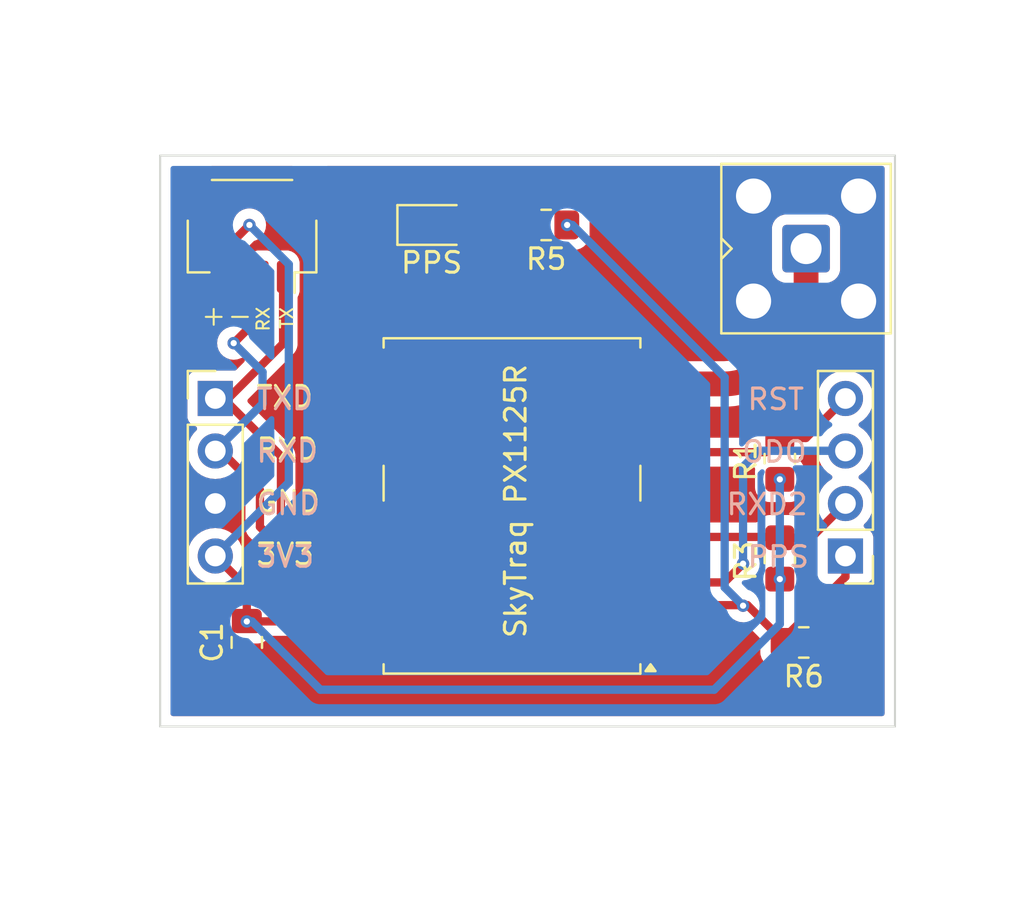
<source format=kicad_pcb>
(kicad_pcb (version 20240108) (generator "pcbnew") (generator_version "8.0")
  (layers (0 "F.Cu" signal) (31 "B.Cu" signal) (34 "B.Paste" user) (35 "F.Paste" user) (36 "B.SilkS" user "B.Silkscreen") (37 "F.SilkS" user "F.Silkscreen") (38 "B.Mask" user) (39 "F.Mask" user) (44 "Edge.Cuts" user))
  (net 0 "")
  (net 1 "+3V3")
  (net 2 "GND")
  (net 3 "Net-(D2-A)")
  (net 4 "GPS_PPS")
  (net 5 "GPS_RST")
  (net 6 "GPS_RXD2")
  (net 7 "GPS_EXTINT")
  (net 8 "Net-(J2-In)")
  (net 9 "GPS_RXD")
  (net 10 "GPS_TXD")
  (footprint "LED_SMD:LED_0805_2012Metric_Pad1.15x1.40mm_HandSolder" (layer "F.Cu") (at 118.745 37.846)
    (property "Reference" "D2" (hide yes))
    (property "Value" "RED")
    (fp_line (start -1.86 -0.96) (end -1.86 0.96) (stroke (width 0.12)) (layer "F.SilkS"))
    (fp_line (start -1.86 0.96) (end 1 0.96) (stroke (width 0.12)) (layer "F.SilkS"))
    (fp_line (start 1 -0.96) (end -1.86 -0.96) (stroke (width 0.12)) (layer "F.SilkS"))
    (pad "1" smd roundrect (at -1.025 0) (size 1.15 1.4) (layers "F.Cu" "F.Paste" "F.Mask") (roundrect_rratio 0.217391) (net 2 "GND"))
    (pad "2" smd roundrect (at 1.025 0) (size 1.15 1.4) (layers "F.Cu" "F.Paste" "F.Mask") (roundrect_rratio 0.217391) (net 3 "Net-(D2-A)"))
  )
  (footprint "RF_GPS:ublox_NEO" (layer "F.Cu") (at 122.428 51.435 180)
    (property "Reference" "U1" (hide yes))
    (property "Value" "Skytraq_PX1125R")
    (fp_line (start 6.21 7.66) (end 6.21 8.1) (stroke (width 0.12)) (layer "F.SilkS"))
    (fp_line (start 6.21 0.26) (end 6.21 1.94) (stroke (width 0.12)) (layer "F.SilkS"))
    (fp_line (start 6.21 -8.11) (end 6.21 -7.66) (stroke (width 0.12)) (layer "F.SilkS"))
    (fp_line (start -6.21 8.11) (end 6.21 8.11) (stroke (width 0.12)) (layer "F.SilkS"))
    (fp_line (start -6.21 7.66) (end -6.21 8.11) (stroke (width 0.12)) (layer "F.SilkS"))
    (fp_line (start -6.21 0.26) (end -6.21 1.94) (stroke (width 0.12)) (layer "F.SilkS"))
    (fp_line (start -6.21 -8.11) (end 6.21 -8.11) (stroke (width 0.12)) (layer "F.SilkS"))
    (fp_line (start -6.21 -8.11) (end -6.21 -7.66) (stroke (width 0.12)) (layer "F.SilkS"))
    (fp_poly (pts (xy -6.7 -7.66) (xy -6.94 -7.99) (xy -6.46 -7.99) (xy -6.7 -7.66)) (stroke (width 0.12)) (fill solid) (layer "F.SilkS"))
    (pad "1" smd roundrect (at -6 -7 180) (size 1.8 0.8) (layers "F.Cu" "F.Paste" "F.Mask"))
    (pad "2" smd roundrect (at -6 -5.9 180) (size 1.8 0.8) (layers "F.Cu" "F.Paste" "F.Mask"))
    (pad "3" smd roundrect (at -6 -4.8 180) (size 1.8 0.8) (layers "F.Cu" "F.Paste" "F.Mask") (net 4 "GPS_PPS"))
    (pad "4" smd roundrect (at -6 -3.7 180) (size 1.8 0.8) (layers "F.Cu" "F.Paste" "F.Mask") (net 7 "GPS_EXTINT"))
    (pad "5" smd roundrect (at -6 -2.6 180) (size 1.8 0.8) (layers "F.Cu" "F.Paste" "F.Mask"))
    (pad "6" smd roundrect (at -6 -1.5 180) (size 1.8 0.8) (layers "F.Cu" "F.Paste" "F.Mask") (net 6 "GPS_RXD2"))
    (pad "7" smd roundrect (at -6 -0.4 180) (size 1.8 0.8) (layers "F.Cu" "F.Paste" "F.Mask"))
    (pad "8" smd roundrect (at -6 2.6 180) (size 1.8 0.8) (layers "F.Cu" "F.Paste" "F.Mask") (net 5 "GPS_RST"))
    (pad "9" smd roundrect (at -6 3.7 180) (size 1.8 0.8) (layers "F.Cu" "F.Paste" "F.Mask"))
    (pad "10" smd roundrect (at -6 4.8 180) (size 1.8 0.8) (layers "F.Cu" "F.Paste" "F.Mask") (net 2 "GND"))
    (pad "11" smd roundrect (at -6 5.9 180) (size 1.8 0.8) (layers "F.Cu" "F.Paste" "F.Mask") (net 8 "Net-(J2-In)"))
    (pad "12" smd roundrect (at -6 7 180) (size 1.8 0.8) (layers "F.Cu" "F.Paste" "F.Mask") (net 2 "GND"))
    (pad "13" smd roundrect (at 6 7 180) (size 1.8 0.8) (layers "F.Cu" "F.Paste" "F.Mask") (net 2 "GND"))
    (pad "14" smd roundrect (at 6 5.9 180) (size 1.8 0.8) (layers "F.Cu" "F.Paste" "F.Mask"))
    (pad "15" smd roundrect (at 6 4.8 180) (size 1.8 0.8) (layers "F.Cu" "F.Paste" "F.Mask"))
    (pad "16" smd roundrect (at 6 3.7 180) (size 1.8 0.8) (layers "F.Cu" "F.Paste" "F.Mask"))
    (pad "17" smd roundrect (at 6 2.6 180) (size 1.8 0.8) (layers "F.Cu" "F.Paste" "F.Mask"))
    (pad "18" smd roundrect (at 6 -0.4 180) (size 1.8 0.8) (layers "F.Cu" "F.Paste" "F.Mask"))
    (pad "19" smd roundrect (at 6 -1.5 180) (size 1.8 0.8) (layers "F.Cu" "F.Paste" "F.Mask"))
    (pad "20" smd roundrect (at 6 -2.6 180) (size 1.8 0.8) (layers "F.Cu" "F.Paste" "F.Mask") (net 10 "GPS_TXD"))
    (pad "21" smd roundrect (at 6 -3.7 180) (size 1.8 0.8) (layers "F.Cu" "F.Paste" "F.Mask") (net 9 "GPS_RXD"))
    (pad "22" smd roundrect (at 6 -4.8 180) (size 1.8 0.8) (layers "F.Cu" "F.Paste" "F.Mask") (net 1 "+3V3"))
    (pad "23" smd roundrect (at 6 -5.9 180) (size 1.8 0.8) (layers "F.Cu" "F.Paste" "F.Mask") (net 1 "+3V3"))
    (pad "24" smd roundrect (at 6 -7 180) (size 1.8 0.8) (layers "F.Cu" "F.Paste" "F.Mask") (net 2 "GND"))
  )
  (footprint "Connector_Coaxial:SMA_Amphenol_901-143_Horizontal" (layer "F.Cu") (at 136.652 38.989)
    (property "Reference" "J2" (hide yes))
    (property "Value" "SMA" (hide yes))
    (fp_line (start -4.1 -4.1) (end -4.1 4.1) (stroke (width 0.12)) (layer "F.SilkS"))
    (fp_line (start -4.1 -4.1) (end 4.1 -4.1) (stroke (width 0.12)) (layer "F.SilkS"))
    (fp_line (start -4.1 0.5) (end -3.6 0) (stroke (width 0.12)) (layer "F.SilkS"))
    (fp_line (start -4.1 4.1) (end 4.1 4.1) (stroke (width 0.12)) (layer "F.SilkS"))
    (fp_line (start -3.6 0) (end -4.1 -0.5) (stroke (width 0.12)) (layer "F.SilkS"))
    (fp_line (start 4.1 -4.1) (end 4.1 4.1) (stroke (width 0.12)) (layer "F.SilkS"))
    (fp_line (start 4.3 -4.5) (end -4.3 -4.5) (stroke (width 0.1)) (layer "Edge.Cuts"))
    (pad "1" thru_hole roundrect (at 0 0) (size 2.3 2.3) (drill 1.5) (layers "*.Cu" "*.Mask") (roundrect_rratio 0.087) (net 8 "Net-(J2-In)"))
    (pad "2" thru_hole circle (at -2.54 -2.54) (size 2.5 2.5) (drill 1.7) (layers "*.Cu" "*.Mask") (net 2 "GND"))
    (pad "2" thru_hole circle (at -2.54 2.54) (size 2.5 2.5) (drill 1.7) (layers "*.Cu" "*.Mask") (net 2 "GND"))
    (pad "2" thru_hole circle (at 2.54 -2.54) (size 2.5 2.5) (drill 1.7) (layers "*.Cu" "*.Mask") (net 2 "GND"))
    (pad "2" thru_hole circle (at 2.54 2.54) (size 2.5 2.5) (drill 1.7) (layers "*.Cu" "*.Mask") (net 2 "GND"))
  )
  (footprint "Resistor_SMD:R_0805_2012Metric_Pad1.20x1.40mm_HandSolder" (layer "F.Cu") (at 124.079 37.846 180)
    (property "Reference" "R5" (at 0 -1.65 180) (layer "F.SilkS"))
    (property "Value" "3k3")
    (fp_line (start -0.227064 0.735) (end 0.227064 0.735) (stroke (width 0.12)) (layer "F.SilkS"))
    (fp_line (start -0.227064 -0.735) (end 0.227064 -0.735) (stroke (width 0.12)) (layer "F.SilkS"))
    (pad "1" smd roundrect (at -1 0 180) (size 1.2 1.4) (layers "F.Cu" "F.Paste" "F.Mask") (roundrect_rratio 0.208333) (net 4 "GPS_PPS"))
    (pad "2" smd roundrect (at 1 0 180) (size 1.2 1.4) (layers "F.Cu" "F.Paste" "F.Mask") (roundrect_rratio 0.208333) (net 3 "Net-(D2-A)"))
  )
  (footprint "Resistor_SMD:R_0805_2012Metric_Pad1.20x1.40mm_HandSolder" (layer "F.Cu") (at 135.382 49.149 -90)
    (property "Reference" "R1" (at 0.127 1.651 -90) (layer "F.SilkS"))
    (property "Value" "10k")
    (fp_line (start -0.227064 0.735) (end 0.227064 0.735) (stroke (width 0.12)) (layer "F.SilkS"))
    (fp_line (start -0.227064 -0.735) (end 0.227064 -0.735) (stroke (width 0.12)) (layer "F.SilkS"))
    (pad "1" smd roundrect (at -1 0 270) (size 1.2 1.4) (layers "F.Cu" "F.Paste" "F.Mask") (roundrect_rratio 0.208333) (net 5 "GPS_RST"))
    (pad "2" smd roundrect (at 1 0 270) (size 1.2 1.4) (layers "F.Cu" "F.Paste" "F.Mask") (roundrect_rratio 0.208333) (net 1 "+3V3"))
  )
  (footprint "Resistor_SMD:R_0805_2012Metric_Pad1.20x1.40mm_HandSolder" (layer "F.Cu") (at 136.541 58.039 180)
    (property "Reference" "R6" (at 0 -1.65 180) (layer "F.SilkS"))
    (property "Value" "10k")
    (fp_line (start -0.227064 0.735) (end 0.227064 0.735) (stroke (width 0.12)) (layer "F.SilkS"))
    (fp_line (start -0.227064 -0.735) (end 0.227064 -0.735) (stroke (width 0.12)) (layer "F.SilkS"))
    (pad "1" smd roundrect (at -1 0 180) (size 1.2 1.4) (layers "F.Cu" "F.Paste" "F.Mask") (roundrect_rratio 0.208333) (net 2 "GND"))
    (pad "2" smd roundrect (at 1 0 180) (size 1.2 1.4) (layers "F.Cu" "F.Paste" "F.Mask") (roundrect_rratio 0.208333) (net 4 "GPS_PPS"))
  )
  (footprint "Connector_PinHeader_2.54mm:PinHeader_1x04_P2.54mm_Vertical" (layer "F.Cu") (at 138.557 53.858 180)
    (property "Reference" "J1" (hide yes))
    (property "Value" "Conn_01x04")
    (fp_line (start 1.33 1.27) (end 1.33 8.95) (stroke (width 0.12)) (layer "F.SilkS"))
    (fp_line (start -1.33 8.95) (end 1.33 8.95) (stroke (width 0.12)) (layer "F.SilkS"))
    (fp_line (start -1.33 1.27) (end 1.33 1.27) (stroke (width 0.12)) (layer "F.SilkS"))
    (fp_line (start -1.33 1.27) (end -1.33 8.95) (stroke (width 0.12)) (layer "F.SilkS"))
    (fp_line (start -1.33 0) (end -1.33 -1.33) (stroke (width 0.12)) (layer "F.SilkS"))
    (fp_line (start -1.33 -1.33) (end 0 -1.33) (stroke (width 0.12)) (layer "F.SilkS"))
    (pad "1" thru_hole rect (at 0 0 180) (size 1.7 1.7) (drill 1) (layers "*.Cu" "*.Mask") (net 4 "GPS_PPS"))
    (pad "2" thru_hole oval (at 0 2.54 180) (size 1.7 1.7) (drill 1) (layers "*.Cu" "*.Mask") (net 6 "GPS_RXD2"))
    (pad "3" thru_hole oval (at 0 5.08 180) (size 1.7 1.7) (drill 1) (layers "*.Cu" "*.Mask") (net 7 "GPS_EXTINT"))
    (pad "4" thru_hole oval (at 0 7.62 180) (size 1.7 1.7) (drill 1) (layers "*.Cu" "*.Mask") (net 5 "GPS_RST"))
  )
  (footprint "Capacitor_SMD:C_0805_2012Metric_Pad1.18x1.45mm_HandSolder" (layer "F.Cu") (at 109.601 58.039 90)
    (property "Reference" "C1" (at 0 -1.68 90) (layer "F.SilkS"))
    (property "Value" "10uF")
    (fp_line (start -0.261252 -0.735) (end 0.261252 -0.735) (stroke (width 0.12)) (layer "F.SilkS"))
    (fp_line (start -0.261252 0.735) (end 0.261252 0.735) (stroke (width 0.12)) (layer "F.SilkS"))
    (pad "1" smd roundrect (at -1.0375 0 90) (size 1.175 1.45) (layers "F.Cu" "F.Paste" "F.Mask") (roundrect_rratio 0.212766) (net 2 "GND"))
    (pad "2" smd roundrect (at 1.0375 0 90) (size 1.175 1.45) (layers "F.Cu" "F.Paste" "F.Mask") (roundrect_rratio 0.212766) (net 1 "+3V3"))
  )
  (footprint "Resistor_SMD:R_0805_2012Metric_Pad1.20x1.40mm_HandSolder" (layer "F.Cu") (at 135.382 53.975 -90)
    (property "Reference" "R3" (at 0.127 1.651 90) (layer "F.SilkS"))
    (property "Value" "10k")
    (fp_line (start -0.227064 0.735) (end 0.227064 0.735) (stroke (width 0.12)) (layer "F.SilkS"))
    (fp_line (start -0.227064 -0.735) (end 0.227064 -0.735) (stroke (width 0.12)) (layer "F.SilkS"))
    (pad "1" smd roundrect (at -1 0 270) (size 1.2 1.4) (layers "F.Cu" "F.Paste" "F.Mask") (roundrect_rratio 0.208333) (net 6 "GPS_RXD2"))
    (pad "2" smd roundrect (at 1 0 270) (size 1.2 1.4) (layers "F.Cu" "F.Paste" "F.Mask") (roundrect_rratio 0.208333) (net 1 "+3V3"))
  )
  (footprint "Connector_PinHeader_2.54mm:PinHeader_1x04_P2.54mm_Vertical" (layer "F.Cu") (at 108.077 46.238)
    (property "Reference" "J4" (hide yes))
    (property "Value" "Conn_01x04")
    (fp_line (start -1.33 -1.33) (end 0 -1.33) (stroke (width 0.12)) (layer "F.SilkS"))
    (fp_line (start -1.33 0) (end -1.33 -1.33) (stroke (width 0.12)) (layer "F.SilkS"))
    (fp_line (start -1.33 1.27) (end -1.33 8.95) (stroke (width 0.12)) (layer "F.SilkS"))
    (fp_line (start -1.33 1.27) (end 1.33 1.27) (stroke (width 0.12)) (layer "F.SilkS"))
    (fp_line (start -1.33 8.95) (end 1.33 8.95) (stroke (width 0.12)) (layer "F.SilkS"))
    (fp_line (start 1.33 1.27) (end 1.33 8.95) (stroke (width 0.12)) (layer "F.SilkS"))
    (pad "1" thru_hole rect (at 0 0) (size 1.7 1.7) (drill 1) (layers "*.Cu" "*.Mask") (net 10 "GPS_TXD"))
    (pad "2" thru_hole oval (at 0 2.54) (size 1.7 1.7) (drill 1) (layers "*.Cu" "*.Mask") (net 9 "GPS_RXD"))
    (pad "3" thru_hole oval (at 0 5.08) (size 1.7 1.7) (drill 1) (layers "*.Cu" "*.Mask") (net 2 "GND"))
    (pad "4" thru_hole oval (at 0 7.62) (size 1.7 1.7) (drill 1) (layers "*.Cu" "*.Mask") (net 1 "+3V3"))
  )
  (footprint "Connector_JST:JST_SH_SM04B-SRSS-TB_1x04-1MP_P1.00mm_Horizontal" (layer "F.Cu") (at 109.855 38.354 180)
    (property "Reference" "J3" (hide yes))
    (property "Value" "SH_Conn_01x04")
    (fp_line (start 3.11 0.715) (end 3.11 -1.785) (stroke (width 0.12)) (layer "F.SilkS"))
    (fp_line (start 3.11 -1.785) (end 2.06 -1.785) (stroke (width 0.12)) (layer "F.SilkS"))
    (fp_line (start -1.94 2.685) (end 1.94 2.685) (stroke (width 0.12)) (layer "F.SilkS"))
    (fp_line (start -2.06 -1.785) (end -2.06 -2.775) (stroke (width 0.12)) (layer "F.SilkS"))
    (fp_line (start -3.11 0.715) (end -3.11 -1.785) (stroke (width 0.12)) (layer "F.SilkS"))
    (fp_line (start -3.11 -1.785) (end -2.06 -1.785) (stroke (width 0.12)) (layer "F.SilkS"))
    (pad "1" smd roundrect (at -1.5 -2 180) (size 0.6 1.55) (layers "F.Cu" "F.Paste" "F.Mask") (net 10 "GPS_TXD"))
    (pad "2" smd roundrect (at -0.5 -2 180) (size 0.6 1.55) (layers "F.Cu" "F.Paste" "F.Mask") (net 9 "GPS_RXD"))
    (pad "3" smd roundrect (at 0.5 -2 180) (size 0.6 1.55) (layers "F.Cu" "F.Paste" "F.Mask") (net 2 "GND"))
    (pad "4" smd roundrect (at 1.5 -2 180) (size 0.6 1.55) (layers "F.Cu" "F.Paste" "F.Mask") (net 1 "+3V3"))
    (pad "MP" smd roundrect (at -2.8 1.875 180) (size 1.2 1.8) (layers "F.Cu" "F.Paste" "F.Mask") (roundrect_rratio 0.208333))
    (pad "MP" smd roundrect (at 2.8 1.875 180) (size 1.2 1.8) (layers "F.Cu" "F.Paste" "F.Mask") (roundrect_rratio 0.208333))
  )
  (gr_line (start 140.952 34.489) (end 140.952 62.103) (stroke (width 0.1)) (layer "Edge.Cuts"))
  (gr_line (start 140.952 62.103) (end 105.41 62.103) (stroke (width 0.1)) (layer "Edge.Cuts"))
  (gr_line (start 105.41 62.103) (end 105.41 34.489) (stroke (width 0.1)) (layer "Edge.Cuts"))
  (gr_line (start 105.41 34.489) (end 132.352 34.489) (stroke (width 0.1)) (layer "Edge.Cuts"))
  (gr_text "RXD" (at 109.982 49.403 0) (layer "B.SilkS") (effects (font (size 1 1)) (justify left bottom)))
  (gr_text "RXD2" (at 132.715 51.943 0) (layer "B.SilkS") (effects (font (size 1 1)) (justify left bottom)))
  (gr_text "TXD" (at 109.982 46.863 0) (layer "B.SilkS") (effects (font (size 1 1)) (justify left bottom)))
  (gr_text "PPS" (at 133.731 54.483 0) (layer "B.SilkS") (effects (font (size 1 1)) (justify left bottom)))
  (gr_text "3V3" (at 109.982 54.483 0) (layer "B.SilkS") (effects (font (size 1 1)) (justify left bottom)))
  (gr_text "ODO" (at 133.477 49.403 0) (layer "B.SilkS") (effects (font (size 1 1)) (justify left bottom)))
  (gr_text "GND" (at 109.982 51.943 0) (layer "B.SilkS") (effects (font (size 1 1)) (justify left bottom)))
  (gr_text "RST" (at 133.731 46.863 0) (layer "B.SilkS") (effects (font (size 1 1)) (justify left bottom)))
  (gr_text "SkyTraq PX1125R" (at 123.19 57.912 90) (layer "F.SilkS") (effects (font (size 1 1)) (justify left bottom)))
  (gr_text "3V3" (at 109.982 54.356 0) (layer "F.SilkS") (effects (font (size 1 1)) (justify left bottom)))
  (gr_text "-" (at 108.585 42.799 0) (layer "F.SilkS") (effects (font (size 1 1) (thickness 0.1)) (justify left bottom)))
  (gr_text "+" (at 107.315 42.799 0) (layer "F.SilkS") (effects (font (size 1 1) (thickness 0.1)) (justify left bottom)))
  (gr_text "RXD" (at 109.982 49.276 0) (layer "F.SilkS") (effects (font (size 1 1)) (justify left bottom)))
  (gr_text "TX" (at 111.887 42.926 90) (layer "F.SilkS") (effects (font (size 0.6 0.6) (thickness 0.1)) (justify left bottom)))
  (gr_text "RX" (at 110.744 43.053 90) (layer "F.SilkS") (effects (font (size 0.6 0.6) (thickness 0.1)) (justify left bottom)))
  (gr_text "TXD" (at 109.982 46.736 0) (layer "F.SilkS") (effects (font (size 1 1)) (justify left bottom)))
  (gr_text "PPS" (at 116.967 40.259 0) (layer "F.SilkS") (effects (font (size 1 1)) (justify left bottom)))
  (gr_text "GND" (at 109.982 51.816 0) (layer "F.SilkS") (effects (font (size 1 1)) (justify left bottom)))
  (segment (start 109.601 57.0015) (end 109.601 55.382) (width 0.4) (layer "F.Cu") (net 1))
  (segment (start 116.428 57.335) (end 116.428 56.235) (width 0.4) (layer "F.Cu") (net 1))
  (segment (start 108.355 40.354) (end 108.355 39.219) (width 0.4) (layer "F.Cu") (net 1))
  (segment (start 109.601 57.023) (end 116.0945 57.0015) (width 0.4) (layer "F.Cu") (net 1))
  (segment (start 116.0945 57.0015) (end 116.428 57.335) (width 0.4) (layer "F.Cu") (net 1))
  (segment (start 109.601 55.382) (end 108.077 53.858) (width 0.4) (layer "F.Cu") (net 1))
  (segment (start 109.601 57.0015) (end 109.601 57.023) (width 0.4) (layer "F.Cu") (net 1))
  (segment (start 108.355 39.219) (end 109.728 37.846) (width 0.4) (layer "F.Cu") (net 1))
  (via (at 109.601 57.023) (size 0.6) (drill 0.3) (layers "F.Cu" "B.Cu") (net 1))
  (via (at 135.382 50.149) (size 0.6) (drill 0.3) (layers "F.Cu" "B.Cu") (net 1))
  (via (at 135.382 54.975) (size 0.6) (drill 0.3) (layers "F.Cu" "B.Cu") (net 1))
  (via (at 109.728 37.846) (size 0.6) (drill 0.3) (layers "F.Cu" "B.Cu") (net 1))
  (segment (start 113.157 60.325) (end 109.855 57.023) (width 0.4) (layer "B.Cu") (net 1))
  (segment (start 111.633 50.302) (end 108.077 53.858) (width 0.4) (layer "B.Cu") (net 1))
  (segment (start 135.382 54.975) (end 135.382 50.149) (width 0.4) (layer "B.Cu") (net 1))
  (segment (start 109.728 37.846) (end 111.633 39.751) (width 0.4) (layer "B.Cu") (net 1))
  (segment (start 135.382 54.975) (end 135.382 57.15) (width 0.4) (layer "B.Cu") (net 1))
  (segment (start 135.382 57.15) (end 132.207 60.325) (width 0.4) (layer "B.Cu") (net 1))
  (segment (start 109.855 57.023) (end 109.601 57.023) (width 0.4) (layer "B.Cu") (net 1))
  (segment (start 111.633 39.751) (end 111.633 50.302) (width 0.4) (layer "B.Cu") (net 1))
  (segment (start 132.207 60.325) (end 113.157 60.325) (width 0.4) (layer "B.Cu") (net 1))
  (segment (start 119.77 37.846) (end 123.079 37.846) (width 0.4) (layer "F.Cu") (net 3))
  (segment (start 135.541 57.88) (end 138.557 54.864) (width 0.4) (layer "F.Cu") (net 4))
  (segment (start 135.541 57.96) (end 135.541 57.88) (width 0.4) (layer "F.Cu") (net 4))
  (segment (start 133.816 56.235) (end 135.541 57.96) (width 0.4) (layer "F.Cu") (net 4))
  (segment (start 133.578 56.235) (end 128.428 56.235) (width 0.4) (layer "F.Cu") (net 4))
  (segment (start 133.604 56.261) (end 133.63 56.235) (width 0.4) (layer "F.Cu") (net 4))
  (segment (start 133.604 56.261) (end 133.578 56.235) (width 0.4) (layer "F.Cu") (net 4))
  (segment (start 133.63 56.235) (end 133.816 56.235) (width 0.4) (layer "F.Cu") (net 4))
  (segment (start 138.557 54.864) (end 138.557 53.858) (width 0.4) (layer "F.Cu") (net 4))
  (via (at 125.095 37.846) (size 0.6) (drill 0.3) (layers "F.Cu" "B.Cu") (net 4))
  (via (at 133.604 56.261) (size 0.6) (drill 0.3) (layers "F.Cu" "B.Cu") (net 4))
  (segment (start 132.715 55.372) (end 133.604 56.261) (width 0.4) (layer "B.Cu") (net 4))
  (segment (start 125.349 37.846) (end 132.715 45.212) (width 0.4) (layer "B.Cu") (net 4))
  (segment (start 125.095 37.846) (end 125.349 37.846) (width 0.4) (layer "B.Cu") (net 4))
  (segment (start 132.715 45.212) (end 132.715 55.372) (width 0.4) (layer "B.Cu") (net 4))
  (segment (start 134.696 48.835) (end 128.428 48.835) (width 0.4) (layer "F.Cu") (net 5))
  (segment (start 136.646 48.149) (end 138.557 46.238) (width 0.4) (layer "F.Cu") (net 5))
  (segment (start 135.382 48.149) (end 134.696 48.835) (width 0.4) (layer "F.Cu") (net 5))
  (segment (start 135.382 48.149) (end 136.646 48.149) (width 0.4) (layer "F.Cu") (net 5))
  (segment (start 135.382 52.975) (end 136.9 52.975) (width 0.4) (layer "F.Cu") (net 6))
  (segment (start 135.342 52.935) (end 128.428 52.935) (width 0.4) (layer "F.Cu") (net 6))
  (segment (start 136.9 52.975) (end 138.557 51.318) (width 0.4) (layer "F.Cu") (net 6))
  (segment (start 135.382 52.975) (end 135.342 52.935) (width 0.4) (layer "F.Cu") (net 6))
  (segment (start 132.698 55.135) (end 133.604 54.229) (width 0.4) (layer "F.Cu") (net 7))
  (segment (start 128.428 55.135) (end 132.698 55.135) (width 0.4) (layer "F.Cu") (net 7))
  (via (at 133.604 54.229) (size 0.6) (drill 0.3) (layers "F.Cu" "B.Cu") (net 7))
  (segment (start 134.379025 48.768) (end 138.547 48.768) (width 0.4) (layer "B.Cu") (net 7))
  (segment (start 138.547 48.768) (end 138.557 48.778) (width 0.4) (layer "B.Cu") (net 7))
  (segment (start 133.604 49.543025) (end 134.379025 48.768) (width 0.4) (layer "B.Cu") (net 7))
  (segment (start 133.604 54.229) (end 133.604 49.543025) (width 0.4) (layer "B.Cu") (net 7))
  (segment (start 130.429 45.535) (end 132.673359 45.535) (width 1.2) (layer "F.Cu") (net 8))
  (segment (start 128.428 45.535) (end 130.429 45.535) (width 0.8) (layer "F.Cu") (net 8))
  (segment (start 134.79468 44.65632) (end 135.773321 43.677679) (width 1.2) (layer "F.Cu") (net 8))
  (segment (start 136.652 41.556359) (end 136.652 38.989) (width 1.2) (layer "F.Cu") (net 8))
  (arc (start 134.79468 44.65632) (mid 133.82141 45.306639) (end 132.673359 45.535) (width 1.2) (layer "F.Cu") (net 8))
  (arc (start 135.773321 43.677679) (mid 136.423639 42.704409) (end 136.652 41.556359) (width 1.2) (layer "F.Cu") (net 8))
  (segment (start 108.341 48.778) (end 110.236 50.673) (width 0.4) (layer "F.Cu") (net 9))
  (segment (start 108.077 48.778) (end 108.341 48.778) (width 0.4) (layer "F.Cu") (net 9))
  (segment (start 112.92 55.135) (end 116.428 55.135) (width 0.4) (layer "F.Cu") (net 9))
  (segment (start 110.236 50.673) (end 110.236 52.451) (width 0.4) (layer "F.Cu") (net 9))
  (segment (start 110.355 42.172) (end 108.966 43.561) (width 0.4) (layer "F.Cu") (net 9))
  (segment (start 110.355 40.354) (end 110.355 42.172) (width 0.4) (layer "F.Cu") (net 9))
  (segment (start 110.236 52.451) (end 112.92 55.135) (width 0.4) (layer "F.Cu") (net 9))
  (via (at 108.966 43.561) (size 0.6) (drill 0.3) (layers "F.Cu" "B.Cu") (net 9))
  (segment (start 110.363 46.492) (end 108.077 48.778) (width 0.4) (layer "B.Cu") (net 9))
  (segment (start 108.966 43.561) (end 110.363 44.958) (width 0.4) (layer "B.Cu") (net 9))
  (segment (start 110.363 44.958) (end 110.363 46.492) (width 0.4) (layer "B.Cu") (net 9))
  (segment (start 111.252 49.022) (end 108.468 46.238) (width 0.4) (layer "F.Cu") (net 10))
  (segment (start 116.428 54.035) (end 113.471 54.035) (width 0.4) (layer "F.Cu") (net 10))
  (segment (start 113.471 54.035) (end 111.252 51.816) (width 0.4) (layer "F.Cu") (net 10))
  (segment (start 108.702 46.238) (end 111.355 43.585) (width 0.4) (layer "F.Cu") (net 10))
  (segment (start 111.252 51.816) (end 111.252 49.022) (width 0.4) (layer "F.Cu") (net 10))
  (segment (start 108.077 46.238) (end 108.702 46.238) (width 0.4) (layer "F.Cu") (net 10))
  (segment (start 111.355 43.585) (end 111.355 40.354) (width 0.4) (layer "F.Cu") (net 10))
  (segment (start 108.468 46.238) (end 108.077 46.238) (width 0.4) (layer "F.Cu") (net 10))
  (zone (net 2) (net_name "GND") (layers "F&B.Cu") (connect_pads yes (clearance 0.5)) (min_thickness 0.25) (fill yes (thermal_gap 0.5) (thermal_bridge_width 0.5))
    (polygon (pts (xy 97.917 30.353) (xy 147.193 30.48) (xy 147.193 69.977) (xy 97.663 70.358)))
  )
)
</source>
